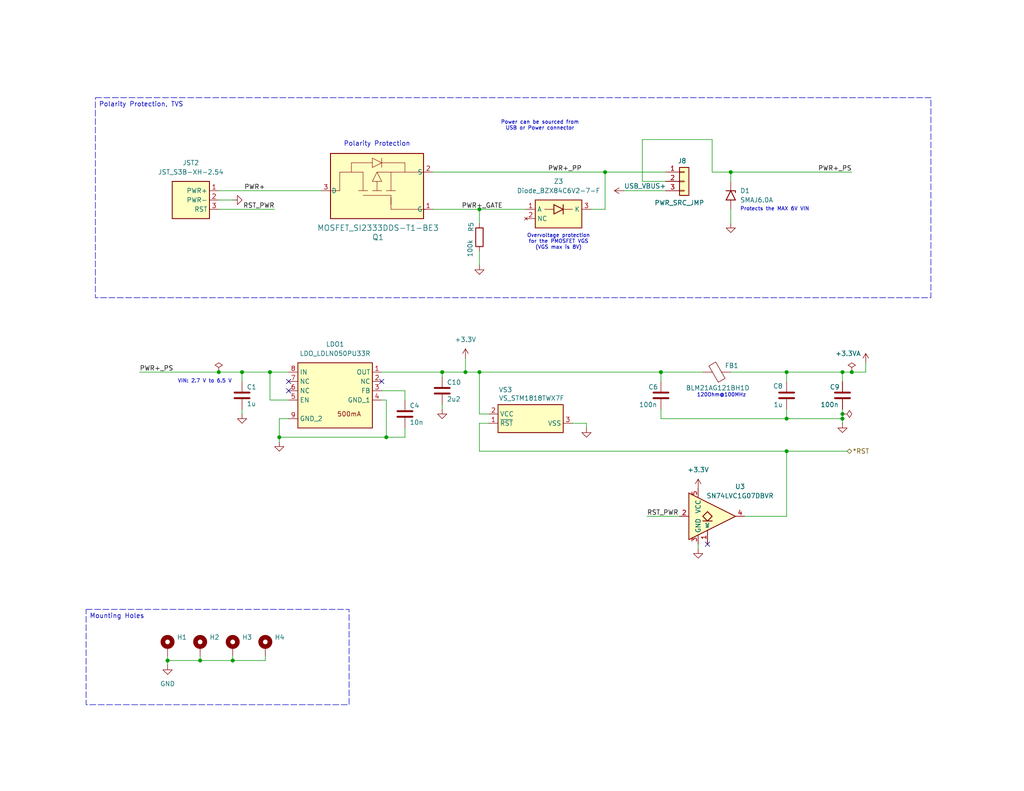
<source format=kicad_sch>
(kicad_sch (version 20231120) (generator "eeschema") (generator_version "8.0")
  (paper "USLetter")
  (lib_symbols
    (symbol "74xGxx:74LVC1G07"
      (property "Reference" "U" (at 0 7.62 0))
      (property "Value" "74LVC1G07" (at 5.08 5.08 0))
      (symbol "74LVC1G07_0_1"
        (polyline (pts (xy -3.81 -1.27) (xy -1.27 -1.27)) (stroke (width 0.254)) (fill (type background)))
        (polyline (pts (xy -7.62 6.35) (xy -7.62 -6.35) (xy 5.08 0) (xy -7.62 6.35)) (stroke (width 0.254)) (fill (type background)))
        (polyline (pts (xy -2.54 1.27) (xy -3.81 0) (xy -2.54 -1.27) (xy -1.27 0) (xy -2.54 1.27)) (stroke (width 0.254)) (fill (type background)))
      )
      (symbol "74LVC1G07_1_1"
        (pin free line (at -2.54 -7.62 90) (length 3.81) (name "NC") (number "1"))
        (pin input line (at -10.16 0 0) (length 2.54) (name "~") (number "2"))
        (pin power_in line (at -5.08 -7.62 90) (length 2.54) (name "GND") (number "3"))
        (pin open_collector line (at 7.62 0 180) (length 2.54) (name "~") (number "4"))
        (pin power_in line (at -5.08 7.62 270) (length 2.54) (name "VCC") (number "5"))
      )
    )
    (symbol "Connector_Generic:Conn_01x03" (pin_names (offset 1.016) hide)
      (property "Reference" "J" (at 0 5.08 0))
      (property "Value" "Conn_01x03" (at 0 -5.08 0))
      (symbol "Conn_01x03_1_1"
        (rectangle (start -1.27 -2.413) (end 0 -2.667) (stroke (width 0.1524)))
        (rectangle (start -1.27 0.127) (end 0 -0.127) (stroke (width 0.1524)))
        (rectangle (start -1.27 2.667) (end 0 2.413) (stroke (width 0.1524)))
        (rectangle (start -1.27 3.81) (end 1.27 -3.81) (stroke (width 0.254)) (fill (type background)))
        (pin passive line (at -5.08 2.54 0) (length 3.81) (name "Pin_1") (number "1"))
        (pin passive line (at -5.08 0 0) (length 3.81) (name "Pin_2") (number "2"))
        (pin passive line (at -5.08 -2.54 0) (length 3.81) (name "Pin_3") (number "3"))
      )
    )
    (symbol "Device:C" (pin_numbers hide) (pin_names (offset 0.254))
      (property "Reference" "C" (at 0.635 2.54 0))
      (property "Value" "C" (at 0.635 -2.54 0))
      (symbol "C_0_1"
        (polyline (pts (xy -2.032 -0.762) (xy 2.032 -0.762)) (stroke (width 0.508)))
        (polyline (pts (xy -2.032 0.762) (xy 2.032 0.762)) (stroke (width 0.508)))
      )
      (symbol "C_1_1"
        (pin passive line (at 0 3.81 270) (length 2.794) (name "~") (number "1"))
        (pin passive line (at 0 -3.81 90) (length 2.794) (name "~") (number "2"))
      )
    )
    (symbol "Device:FerriteBead" (pin_numbers hide) (pin_names (offset 0))
      (property "Reference" "FB" (at -3.81 0.635 90))
      (property "Value" "FerriteBead" (at 3.81 0 90))
      (symbol "FerriteBead_0_1"
        (polyline (pts (xy 0 -1.27) (xy 0 -1.2192)))
        (polyline (pts (xy 0 1.27) (xy 0 1.2954)))
        (polyline (pts (xy -2.7686 0.4064) (xy -1.7018 2.2606) (xy 2.7686 -0.3048) (xy 1.6764 -2.159) (xy -2.7686 0.4064)))
      )
      (symbol "FerriteBead_1_1"
        (pin passive line (at 0 3.81 270) (length 2.54) (name "~") (number "1"))
        (pin passive line (at 0 -3.81 90) (length 2.54) (name "~") (number "2"))
      )
    )
    (symbol "Device:R" (pin_numbers hide) (pin_names (offset 0))
      (property "Reference" "R" (at 2.032 0 90))
      (property "Value" "R" (at 0 0 90))
      (symbol "R_0_1"
        (rectangle (start -1.016 -2.54) (end 1.016 2.54) (stroke (width 0.254)))
      )
      (symbol "R_1_1"
        (pin passive line (at 0 3.81 270) (length 1.27) (name "~") (number "1"))
        (pin passive line (at 0 -3.81 90) (length 1.27) (name "~") (number "2"))
      )
    )
    (symbol "Mechanical:MountingHole_Pad" (pin_numbers hide) (pin_names (offset 1.016) hide) (exclude_from_sim yes) (in_bom no)
      (property "Reference" "H" (at 0 6.35 0))
      (property "Value" "MountingHole_Pad" (at 0 4.445 0))
      (symbol "MountingHole_Pad_0_1"
        (circle (center 0 1.27) (radius 1.27) (stroke (width 1.27)))
      )
      (symbol "MountingHole_Pad_1_1"
        (pin input line (at 0 -2.54 90) (length 2.54) (name "1") (number "1"))
      )
    )
    (symbol "Personal_Projects:DIODE_SMAJ6.0A" (pin_numbers hide) (pin_names (offset 1.016) hide)
      (property "Reference" "D" (at 3.81 5.08 0))
      (property "Value" "SMAJ6.0A" (at 7.62 2.54 0))
      (symbol "DIODE_SMAJ6.0A_0_1"
        (polyline (pts (xy -1.27 -1.27) (xy -1.27 1.27) (xy -0.762 1.27)) (stroke (width 0.254)))
        (polyline (pts (xy 1.27 -1.27) (xy 1.27 1.27) (xy -1.27 0) (xy 1.27 -1.27)) (stroke (width 0.254)))
      )
      (symbol "DIODE_SMAJ6.0A_1_1"
        (pin passive line (at -3.81 0 0) (length 2.54) (name "K") (number "1"))
        (pin passive line (at 3.81 0 180) (length 2.54) (name "A") (number "2"))
      )
    )
    (symbol "Personal_Projects:Diode_BZX84C6V2-7-F"
      (property "Reference" "Z" (at 7.366 7.62 0))
      (property "Value" "Diode_BZX84C6V2-7-F" (at 0.508 5.08 0))
      (symbol "Diode_BZX84C6V2-7-F_0_1"
        (polyline (pts (xy 5.08 0) (xy 7.62 0)))
        (polyline (pts (xy 10.16 0) (xy 12.7 0)))
        (polyline (pts (xy 10.16 1.27) (xy 10.16 -1.27)) (stroke (width 0.254)))
        (polyline (pts (xy 7.62 1.27) (xy 7.62 -1.27) (xy 10.16 0) (xy 7.62 1.27)) (stroke (width 0.254)))
      )
      (symbol "Diode_BZX84C6V2-7-F_1_1"
        (rectangle (start 2.54 2.54) (end 15.24 -5.08) (stroke (width 0.254)) (fill (type background)))
        (pin passive line (at 0 0 0) (length 2.54) (name "A") (number "1"))
        (pin no_connect line (at 0 -2.54 0) (length 2.54) (name "NC") (number "2"))
        (pin passive line (at 17.78 0 180) (length 2.54) (name "K") (number "3"))
      )
    )
    (symbol "Personal_Projects:JST_S3B-XH-A-1_LF_SN"
      (property "Reference" "JST" (at 12.7 7.62 0))
      (property "Value" "JST_S3B-XH-A-1_LF_SN" (at 12.7 5.08 0))
      (symbol "JST_S3B-XH-A-1_LF_SN_1_1"
        (rectangle (start 2.54 2.54) (end 12.7 -7.62) (stroke (width 0.254)) (fill (type background)))
        (pin passive line (at 0 0 0) (length 2.54) (name "PWR+") (number "1"))
        (pin passive line (at 0 -2.54 0) (length 2.54) (name "PWR-") (number "2"))
        (pin passive line (at 0 -5.08 0) (length 2.54) (name "RST") (number "3"))
      )
    )
    (symbol "Personal_Projects:LDO_LDLN050PUR"
      (property "Reference" "LDO" (at 22.86 7.62 0))
      (property "Value" "LDO_LDLN050PUR" (at 22.86 5.08 0))
      (symbol "LDO_LDLN050PUR_1_1"
        (rectangle (start 2.54 2.54) (end 22.86 -15.24) (stroke (width 0.254)) (fill (type background)))
        (text "500mA" (at 8.89 -11.43 0) (effects (font (size 1.27 1.27))))
        (pin power_out line (at 0 0 0) (length 2.54) (name "OUT") (number "1"))
        (pin passive line (at 0 -2.54 0) (length 2.54) (name "NC") (number "2"))
        (pin passive line (at 0 -5.08 0) (length 2.54) (name "FB") (number "3"))
        (pin passive line (at 0 -7.62 0) (length 2.54) (name "GND_1") (number "4"))
        (pin passive line (at 25.4 -7.62 180) (length 2.54) (name "EN") (number "5"))
        (pin passive line (at 25.4 -5.08 180) (length 2.54) (name "NC") (number "6"))
        (pin passive line (at 25.4 -2.54 180) (length 2.54) (name "NC") (number "7"))
        (pin power_in line (at 25.4 0 180) (length 2.54) (name "IN") (number "8"))
        (pin passive line (at 25.4 -12.7 180) (length 2.54) (name "GND_2") (number "9"))
      )
    )
    (symbol "Personal_Projects:MOSFET_SI2333DDS-T1-BE3" (pin_names (offset 0.254))
      (property "Reference" "Q" (at 15.24 7.62 0))
      (property "Value" "MOSFET_SI2333DDS-T1-BE3" (at 15.24 5.08 0))
      (symbol "MOSFET_SI2333DDS-T1-BE3_0_1"
        (polyline (pts (xy 1.905 0) (xy 11.43 0)) (stroke (width 0.127)))
        (polyline (pts (xy 2.54 -15.24) (xy 27.94 -15.24)) (stroke (width 0.127)))
        (polyline (pts (xy 2.54 -10.16) (xy 15.24 -10.16)) (stroke (width 0.127)))
        (polyline (pts (xy 2.54 2.54) (xy 2.54 -15.24)) (stroke (width 0.127)))
        (polyline (pts (xy 7.62 -12.7) (xy 13.97 -12.7)) (stroke (width 0.127)))
        (polyline (pts (xy 7.62 -10.16) (xy 7.62 -12.7)) (stroke (width 0.127)))
        (polyline (pts (xy 10.16 -5.08) (xy 12.7 -5.08)) (stroke (width 0.127)))
        (polyline (pts (xy 11.43 -10.16) (xy 11.43 -5.08)) (stroke (width 0.127)))
        (polyline (pts (xy 11.43 -3.81) (xy 19.05 -3.81)) (stroke (width 0.127)))
        (polyline (pts (xy 11.43 -3.175) (xy 11.43 -1.27)) (stroke (width 0.127)))
        (polyline (pts (xy 11.43 -0.635) (xy 11.43 -3.81)) (stroke (width 0.127)))
        (polyline (pts (xy 11.43 -0.635) (xy 11.43 0)) (stroke (width 0.127)))
        (polyline (pts (xy 13.97 -13.97) (xy 13.97 -11.43)) (stroke (width 0.127)))
        (polyline (pts (xy 13.97 -12.7) (xy 16.51 -11.43)) (stroke (width 0.127)))
        (polyline (pts (xy 13.97 -7.62) (xy 16.51 -7.62)) (stroke (width 0.127)))
        (polyline (pts (xy 15.24 -10.16) (xy 13.97 -7.62)) (stroke (width 0.127)))
        (polyline (pts (xy 15.24 -7.62) (xy 15.24 -5.08)) (stroke (width 0.127)))
        (polyline (pts (xy 15.24 -5.08) (xy 13.97 -5.08)) (stroke (width 0.127)))
        (polyline (pts (xy 15.24 -5.08) (xy 16.51 -5.08)) (stroke (width 0.127)))
        (polyline (pts (xy 16.51 -13.97) (xy 13.97 -12.7)) (stroke (width 0.127)))
        (polyline (pts (xy 16.51 -12.7) (xy 21.59 -12.7)) (stroke (width 0.127)))
        (polyline (pts (xy 16.51 -11.43) (xy 16.51 -13.97)) (stroke (width 0.127)))
        (polyline (pts (xy 16.51 -7.62) (xy 15.24 -10.16)) (stroke (width 0.127)))
        (polyline (pts (xy 17.78 -5.08) (xy 20.32 -5.08)) (stroke (width 0.127)))
        (polyline (pts (xy 19.05 -10.16) (xy 19.05 -5.08)) (stroke (width 0.127)))
        (polyline (pts (xy 19.05 -10.16) (xy 25.4 -10.16)) (stroke (width 0.127)))
        (polyline (pts (xy 22.225 -12.7) (xy 21.59 -12.7)) (stroke (width 0.127)))
        (polyline (pts (xy 22.225 -10.16) (xy 22.225 -12.7)) (stroke (width 0.127)))
        (polyline (pts (xy 25.4 -10.16) (xy 25.4 -5.08)) (stroke (width 0.127)))
        (polyline (pts (xy 25.4 -5.08) (xy 27.94 -5.08)) (stroke (width 0.127)))
        (polyline (pts (xy 27.94 -15.24) (xy 27.94 2.54)) (stroke (width 0.127)))
        (polyline (pts (xy 27.94 2.54) (xy 2.54 2.54)) (stroke (width 0.127)))
        (pin passive line (at 0 0 0) (length 2.54) (name "G") (number "1"))
        (pin passive line (at 0 -10.16 0) (length 2.54) (name "S") (number "2"))
        (pin passive line (at 30.48 -5.08 180) (length 2.54) (name "D") (number "3"))
      )
      (symbol "MOSFET_SI2333DDS-T1-BE3_1_1"
        (rectangle (start 2.54 2.54) (end 27.94 -15.24) (stroke (width 0.254)) (fill (type background)))
      )
    )
    (symbol "Personal_Projects:VS_STM1813LWX7F"
      (property "Reference" "VS" (at 20.32 7.62 0))
      (property "Value" "VS_STM1813LWX7F" (at 20.32 5.08 0))
      (symbol "VS_STM1813LWX7F_1_1"
        (rectangle (start 2.54 2.54) (end 20.32 -5.08) (stroke (width 0.254)) (fill (type background)))
        (pin input line (at 0 0 0) (length 2.54) (name "~{RST}") (number "1"))
        (pin power_in line (at 0 -2.54 0) (length 2.54) (name "VCC") (number "2"))
        (pin power_in line (at 22.86 0 180) (length 2.54) (name "VSS") (number "3"))
      )
    )
    (symbol "power:+3.3V" (power) (pin_numbers hide) (pin_names (offset 0) hide)
      (property "Value" "+3.3V" (at 0 3.556 0))
      (symbol "+3.3V_0_1"
        (polyline (pts (xy -0.762 1.27) (xy 0 2.54)))
        (polyline (pts (xy 0 0) (xy 0 2.54)))
        (polyline (pts (xy 0 2.54) (xy 0.762 1.27)))
      )
      (symbol "+3.3V_1_1"
        (pin power_in line (at 0 0 90) (length 0) (name "~") (number "1"))
      )
    )
    (symbol "power:+3.3VA" (power) (pin_numbers hide) (pin_names (offset 0) hide)
      (property "Value" "+3.3VA" (at 0 3.556 0))
      (symbol "+3.3VA_0_1"
        (polyline (pts (xy -0.762 1.27) (xy 0 2.54)))
        (polyline (pts (xy 0 0) (xy 0 2.54)))
        (polyline (pts (xy 0 2.54) (xy 0.762 1.27)))
      )
      (symbol "+3.3VA_1_1"
        (pin power_in line (at 0 0 90) (length 0) (name "~") (number "1"))
      )
    )
    (symbol "power:GND" (power) (pin_numbers hide) (pin_names (offset 0) hide)
      (property "Value" "GND" (at 0 -3.81 0))
      (symbol "GND_0_1"
        (polyline (pts (xy 0 0) (xy 0 -1.27) (xy 1.27 -1.27) (xy 0 -2.54) (xy -1.27 -1.27) (xy 0 -1.27)))
      )
      (symbol "GND_1_1"
        (pin power_in line (at 0 0 270) (length 0) (name "~") (number "1"))
      )
    )
    (symbol "power:PWR_FLAG" (power) (pin_numbers hide) (pin_names (offset 0) hide)
      (property "Value" "PWR_FLAG" (at 0 3.81 0))
      (symbol "PWR_FLAG_0_0"
        (pin power_out line (at 0 0 90) (length 0) (name "~") (number "1"))
      )
      (symbol "PWR_FLAG_0_1"
        (polyline (pts (xy 0 0) (xy 0 1.27) (xy -1.016 1.905) (xy 0 2.54) (xy 1.016 1.905) (xy 0 1.27)))
      )
    )
  )
  (junction (at 63.5 180.34))
  (junction (at 105.41 119.38))
  (junction (at 229.87 101.6))
  (junction (at 59.69 101.6))
  (junction (at 199.39 46.99))
  (junction (at 232.41 101.6))
  (junction (at 214.63 123.19))
  (junction (at 45.72 180.34))
  (junction (at 229.87 113.03))
  (junction (at 120.65 101.6))
  (junction (at 54.61 180.34))
  (junction (at 73.66 101.6))
  (junction (at 130.81 101.6))
  (junction (at 76.2 119.38))
  (junction (at 214.63 101.6))
  (junction (at 180.34 101.6))
  (junction (at 66.04 101.6))
  (junction (at 229.87 114.3))
  (junction (at 127 101.6))
  (junction (at 165.1 46.99))
  (junction (at 130.81 57.15))
  (junction (at 214.63 114.3))
  (no_connect (at 78.74 106.68))
  (no_connect (at 104.14 104.14))
  (no_connect (at 193.04 148.59))
  (no_connect (at 78.74 104.14))
  (wire (pts (xy 120.65 101.6) (xy 120.65 102.87)))
  (wire (pts (xy 73.66 109.22) (xy 73.66 101.6)))
  (wire (pts (xy 104.14 106.68) (xy 110.49 106.68)))
  (wire (pts (xy 161.29 57.15) (xy 165.1 57.15)))
  (wire (pts (xy 232.41 101.6) (xy 229.87 101.6)))
  (wire (pts (xy 130.81 68.58) (xy 130.81 72.39)))
  (wire (pts (xy 199.39 46.99) (xy 232.41 46.99)))
  (wire (pts (xy 72.39 180.34) (xy 63.5 180.34)))
  (wire (pts (xy 194.31 46.99) (xy 199.39 46.99)))
  (wire (pts (xy 175.26 49.53) (xy 175.26 38.1)))
  (wire (pts (xy 130.81 57.15) (xy 130.81 60.96)))
  (wire (pts (xy 63.5 180.34) (xy 54.61 180.34)))
  (wire (pts (xy 236.22 101.6) (xy 236.22 99.06)))
  (wire (pts (xy 229.87 115.57) (xy 229.87 114.3)))
  (wire (pts (xy 72.39 179.07) (xy 72.39 180.34)))
  (wire (pts (xy 45.72 179.07) (xy 45.72 180.34)))
  (wire (pts (xy 165.1 46.99) (xy 165.1 57.15)))
  (wire (pts (xy 105.41 109.22) (xy 105.41 119.38)))
  (wire (pts (xy 229.87 101.6) (xy 229.87 104.14)))
  (wire (pts (xy 214.63 101.6) (xy 229.87 101.6)))
  (wire (pts (xy 133.35 115.57) (xy 130.81 115.57)))
  (wire (pts (xy 156.21 115.57) (xy 160.02 115.57)))
  (wire (pts (xy 54.61 179.07) (xy 54.61 180.34)))
  (wire (pts (xy 180.34 114.3) (xy 214.63 114.3)))
  (wire (pts (xy 214.63 101.6) (xy 199.39 101.6)))
  (wire (pts (xy 214.63 123.19) (xy 214.63 140.97)))
  (wire (pts (xy 214.63 123.19) (xy 231.14 123.19)))
  (wire (pts (xy 104.14 109.22) (xy 105.41 109.22)))
  (wire (pts (xy 203.2 140.97) (xy 214.63 140.97)))
  (wire (pts (xy 199.39 57.15) (xy 199.39 60.96)))
  (wire (pts (xy 214.63 114.3) (xy 229.87 114.3)))
  (wire (pts (xy 127 97.79) (xy 127 101.6)))
  (wire (pts (xy 181.61 49.53) (xy 175.26 49.53)))
  (wire (pts (xy 110.49 109.22) (xy 110.49 106.68)))
  (wire (pts (xy 66.04 101.6) (xy 73.66 101.6)))
  (wire (pts (xy 59.69 101.6) (xy 66.04 101.6)))
  (wire (pts (xy 110.49 116.84) (xy 110.49 119.38)))
  (wire (pts (xy 105.41 119.38) (xy 76.2 119.38)))
  (wire (pts (xy 59.69 57.15) (xy 74.93 57.15)))
  (wire (pts (xy 54.61 180.34) (xy 45.72 180.34)))
  (wire (pts (xy 229.87 113.03) (xy 229.87 111.76)))
  (wire (pts (xy 236.22 101.6) (xy 232.41 101.6)))
  (wire (pts (xy 160.02 115.57) (xy 160.02 116.84)))
  (wire (pts (xy 130.81 113.03) (xy 133.35 113.03)))
  (wire (pts (xy 170.18 52.07) (xy 181.61 52.07)))
  (wire (pts (xy 78.74 109.22) (xy 73.66 109.22)))
  (wire (pts (xy 199.39 46.99) (xy 199.39 49.53)))
  (wire (pts (xy 190.5 148.59) (xy 190.5 149.86)))
  (wire (pts (xy 59.69 52.07) (xy 87.63 52.07)))
  (wire (pts (xy 73.66 101.6) (xy 78.74 101.6)))
  (wire (pts (xy 130.81 57.15) (xy 143.51 57.15)))
  (wire (pts (xy 66.04 111.76) (xy 66.04 113.03)))
  (wire (pts (xy 45.72 180.34) (xy 45.72 181.61)))
  (wire (pts (xy 110.49 119.38) (xy 105.41 119.38)))
  (wire (pts (xy 66.04 101.6) (xy 66.04 104.14)))
  (wire (pts (xy 180.34 114.3) (xy 180.34 111.76)))
  (wire (pts (xy 165.1 46.99) (xy 181.61 46.99)))
  (wire (pts (xy 76.2 114.3) (xy 76.2 119.38)))
  (wire (pts (xy 130.81 115.57) (xy 130.81 123.19)))
  (wire (pts (xy 63.5 179.07) (xy 63.5 180.34)))
  (wire (pts (xy 118.11 46.99) (xy 165.1 46.99)))
  (wire (pts (xy 180.34 101.6) (xy 191.77 101.6)))
  (wire (pts (xy 176.53 140.97) (xy 185.42 140.97)))
  (wire (pts (xy 104.14 101.6) (xy 120.65 101.6)))
  (wire (pts (xy 180.34 101.6) (xy 180.34 104.14)))
  (wire (pts (xy 194.31 38.1) (xy 194.31 46.99)))
  (wire (pts (xy 120.65 110.49) (xy 120.65 111.76)))
  (wire (pts (xy 175.26 38.1) (xy 194.31 38.1)))
  (wire (pts (xy 118.11 57.15) (xy 130.81 57.15)))
  (wire (pts (xy 78.74 114.3) (xy 76.2 114.3)))
  (wire (pts (xy 63.5 54.61) (xy 59.69 54.61)))
  (wire (pts (xy 130.81 101.6) (xy 130.81 113.03)))
  (wire (pts (xy 130.81 101.6) (xy 180.34 101.6)))
  (wire (pts (xy 76.2 119.38) (xy 76.2 120.65)))
  (wire (pts (xy 229.87 114.3) (xy 229.87 113.03)))
  (wire (pts (xy 120.65 101.6) (xy 127 101.6)))
  (wire (pts (xy 127 101.6) (xy 130.81 101.6)))
  (wire (pts (xy 214.63 111.76) (xy 214.63 114.3)))
  (wire (pts (xy 214.63 104.14) (xy 214.63 101.6)))
  (wire (pts (xy 38.1 101.6) (xy 59.69 101.6)))
  (wire (pts (xy 130.81 123.19) (xy 214.63 123.19)))
  (text_box "Mounting Holes" (at 23.495 166.37 0) (size 71.755 26.035) (stroke (width 0) (type dash)) (effects (font (size 1.27 1.27)) (justify left top)))
  (text_box "Polarity Protection, TVS" (at 26.035 26.67 0) (size 227.965 54.61) (stroke (width 0) (type dash)) (effects (font (size 1.27 1.27)) (justify left top)))
  (text "Power can be sourced from\nUSB or Power connector" (at 147.32 34.29 0) (effects (font (size 1 1))))
  (text "120Ohm@100MHz" (at 196.85 107.95 0) (effects (font (size 1 1))))
  (text "VIN: 2.7 V to 6.5 V" (at 55.88 104.14 0) (effects (font (size 1 1))))
  (text "Overvoltage protection\nfor the PMOSFET VGS\n(VGS max is 8V)" (at 152.4 66.04 0) (effects (font (size 1 1))))
  (text "Protects the MAX 6V VIN" (at 201.93 57.15 0) (effects (font (size 1 1)) (justify left)))
  (text "Polarity Protection" (at 102.87 39.37 0) (effects (font (size 1.27 1.27))))
  (label "PWR+_PP" (at 158.75 46.99 180))
  (label "PWR+_GATE" (at 137.16 57.15 180))
  (label "PWR+_PS" (at 232.41 46.99 180))
  (label "PWR+_PS" (at 38.1 101.6 0))
  (label "RST_PWR" (at 74.93 57.15 180))
  (label "RST_PWR" (at 176.53 140.97 0))
  (label "PWR+" (at 72.39 52.07 180))
  (hierarchical_label "*RST" (shape bidirectional) (at 231.14 123.19 0))
  (symbol (lib_id "Device:C") (at 180.34 107.95 0) (mirror y) (unit 1)
    (property "Reference" "C6" (at 179.578 105.664 0) (effects (justify left)))
    (property "Value" "100n" (at 179.324 110.49 0) (effects (justify left)))
    (property "Footprint" "Capacitor_SMD:C_0805_2012Metric" (effects (hide yes)))
    (property "Description" "Unpolarized capacitor" (effects (hide yes)))
  )
  (symbol (lib_id "Device:R") (at 130.81 64.77 0) (mirror y) (unit 1)
    (property "Reference" "R5" (at 128.524 61.976 90))
    (property "Value" "100k" (at 128.27 67.818 90))
    (property "Footprint" "Resistor_SMD:R_0805_2012Metric" (effects (hide yes)))
    (property "Description" "Resistor" (effects (hide yes)))
  )
  (symbol (lib_id "power:GND") (at 229.87 115.57 0) (mirror y) (unit 1)
    (property "Reference" "#PWR02" (effects (hide yes)))
    (property "Value" "GND" (effects (hide yes)))
    (property "Description" "Power symbol creates a global label with name \"GND\" , ground" (effects (hide yes)))
  )
  (symbol (lib_id "power:GND") (at 130.81 72.39 0) (unit 1)
    (property "Reference" "#PWR025" (effects (hide yes)))
    (property "Value" "GND" (effects (hide yes)))
    (property "Description" "Power symbol creates a global label with name \"GND\" , ground" (effects (hide yes)))
  )
  (symbol (lib_id "power:+3.3VA") (at 236.22 99.06 0) (mirror y) (unit 1)
    (property "Reference" "#PWR08" (effects (hide yes)))
    (property "Value" "+3.3VA" (at 231.394 96.52 0))
    (property "Description" "Power symbol creates a global label with name \"+3.3VA\"" (effects (hide yes)))
  )
  (symbol (lib_id "power:GND") (at 199.39 60.96 0) (unit 1)
    (property "Reference" "#PWR029" (effects (hide yes)))
    (property "Value" "GND" (effects (hide yes)))
    (property "Description" "Power symbol creates a global label with name \"GND\" , ground" (effects (hide yes)))
  )
  (symbol (lib_id "Personal_Projects:MOSFET_SI2333DDS-T1-BE3") (at 118.11 57.15 180) (unit 1)
    (property "Reference" "Q1" (at 103.1558 64.77 0) (effects (font (size 1.524 1.524))))
    (property "Value" "MOSFET_SI2333DDS-T1-BE3" (at 103.1558 62.23 0) (effects (font (size 1.524 1.524))))
    (property "Footprint" "Personal_Project:MOSFET_ SI2333DDS_SOT_DS-T1-BE3_VIS" (effects (hide yes)))
    (property "Datasheet" "SI2333DDS-T1-BE3" (effects (hide yes)))
  )
  (symbol (lib_id "Personal_Projects:JST_S3B-XH-A-1_LF_SN") (at 59.69 52.07 0) (mirror y) (unit 1)
    (property "Reference" "JST2" (at 52.07 44.45 0))
    (property "Value" "JST_S3B-XH-2.54" (at 52.07 46.99 0))
    (property "Footprint" "Personal_Project:JST_S3B-XH-SHDRRA3W64P0X250_1X3_990X1150X610P" (effects (hide yes)))
    (property "Datasheet" "http://www.jst-mfg.com/product/pdf/eng/eXH.pdf?5de523f84a15d" (effects (hide yes)))
    (property "Description" "Wire To Board / Wire To Wire Connector Through Hole,P=2.5mm RoHS" (effects (hide yes)))
    (property "Height" "6.1" (effects (hide yes)))
    (property "Mouser Part Number" "306-S3BXHA1LFSN" (effects (hide yes)))
    (property "Mouser Price/Stock" "https://www.mouser.co.uk/ProductDetail/JST-Commercial/S3B-XH-A-1LFSN?qs=QpmGXVUTftECC8e9QmmPaQ%3D%3D" (effects (hide yes)))
    (property "Manufacturer_Name" "JST (JAPAN SOLDERLESS TERMINALS)" (effects (hide yes)))
    (property "Manufacturer_Part_Number" "S3B-XH-A-1(LF)(SN)" (effects (hide yes)))
  )
  (symbol (lib_id "Mechanical:MountingHole_Pad") (at 54.61 176.53 0) (unit 1) (exclude_from_sim yes) (in_bom no)
    (property "Reference" "H2" (at 57.15 173.9899 0) (effects (justify left)))
    (property "Value" "MountingHole_Pad" (effects (hide yes)))
    (property "Footprint" "MountingHole:MountingHole_3.2mm_M3_Pad" (effects (hide yes)))
    (property "Description" "Mounting Hole with connection" (effects (hide yes)))
  )
  (symbol (lib_id "Device:FerriteBead") (at 195.58 101.6 270) (mirror x) (unit 1)
    (property "Reference" "FB1" (at 199.644 99.822 90))
    (property "Value" "BLM21AG121BH1D" (at 195.834 105.918 90))
    (property "Footprint" "Capacitor_SMD:C_0805_2012Metric" (effects (hide yes)))
    (property "Description" "Ferrite bead" (effects (hide yes)))
  )
  (symbol (lib_id "power:GND") (at 66.04 113.03 0) (unit 1)
    (property "Reference" "#PWR03" (effects (hide yes)))
    (property "Value" "GND" (effects (hide yes)))
    (property "Description" "Power symbol creates a global label with name \"GND\" , ground" (effects (hide yes)))
  )
  (symbol (lib_id "power:PWR_FLAG") (at 232.41 101.6 0) (unit 1)
    (property "Reference" "#FLG02" (effects (hide yes)))
    (property "Value" "PWR_FLAG" (effects (hide yes)))
    (property "Description" "Special symbol for telling ERC where power comes from" (effects (hide yes)))
  )
  (symbol (lib_id "Personal_Projects:Diode_BZX84C6V2-7-F") (at 143.51 57.15 0) (unit 1)
    (property "Reference" "Z3" (at 152.4 49.53 0))
    (property "Value" "Diode_BZX84C6V2-7-F" (at 152.4 52.07 0))
    (property "Footprint" "Personal_Project:Diode_BZX84C6V2_SOT96P240X110-3N" (effects (hide yes)))
    (property "Datasheet" "https://www.diodes.com/assets/Datasheets/ds18001.pdf" (effects (hide yes)))
    (property "Description" "Diodes Inc BZX84C6V2-7-F Zener Diode, 6.2V 7% 350 mW SMT 3-Pin SOT-23" (effects (hide yes)))
    (property "Height" "1.1" (effects (hide yes)))
    (property "Manufacturer_Name" "Diodes Incorporated" (effects (hide yes)))
    (property "Manufacturer_Part_Number" "BZX84C6V2-7-F" (effects (hide yes)))
    (property "Mouser Part Number" "621-BZX84C6V2-F" (effects (hide yes)))
    (property "Mouser Price/Stock" "https://www.mouser.co.uk/ProductDetail/Diodes-Incorporated/BZX84C6V2-7-F?qs=aJBzJax2afcxmuPRCgcecQ%3D%3D" (effects (hide yes)))
    (property "Arrow Part Number" "BZX84C6V2-7-F" (effects (hide yes)))
    (property "Arrow Price/Stock" "https://www.arrow.com/en/products/bzx84c6v2-7-f/diodes-incorporated?utm_currency=USD&region=europe" (effects (hide yes)))
  )
  (symbol (lib_id "74xGxx:74LVC1G07") (at 195.58 140.97 0) (unit 1)
    (property "Reference" "U3" (at 201.93 132.842 0))
    (property "Value" "SN74LVC1G07DBVR" (at 201.93 135.382 0))
    (property "Footprint" "Package_TO_SOT_SMD:SOT-23-5" (effects (hide yes)))
    (property "Datasheet" "https://www.ti.com/lit/ds/symlink/sn74lvc1g07.pdf" (effects (hide yes)))
    (property "Description" "Single Buffer Gate, Open Drain, Low-Voltage CMOS" (effects (hide yes)))
  )
  (symbol (lib_id "Device:C") (at 120.65 106.68 0) (unit 1)
    (property "Reference" "C10" (at 121.92 104.394 0) (effects (justify left)))
    (property "Value" "2u2" (at 121.92 108.966 0) (effects (justify left)))
    (property "Footprint" "Capacitor_SMD:C_0805_2012Metric" (effects (hide yes)))
    (property "Description" "Unpolarized capacitor" (effects (hide yes)))
  )
  (symbol (lib_id "Device:C") (at 110.49 113.03 0) (unit 1)
    (property "Reference" "C4" (at 111.76 110.744 0) (effects (justify left)))
    (property "Value" "10n" (at 111.76 115.316 0) (effects (justify left)))
    (property "Footprint" "Capacitor_SMD:C_0805_2012Metric" (effects (hide yes)))
    (property "Description" "Unpolarized capacitor" (effects (hide yes)))
  )
  (symbol (lib_id "power:GND") (at 160.02 116.84 0) (unit 1)
    (property "Reference" "#PWR013" (effects (hide yes)))
    (property "Value" "GND" (effects (hide yes)))
    (property "Description" "Power symbol creates a global label with name \"GND\" , ground" (effects (hide yes)))
  )
  (symbol (lib_id "power:+3.3V") (at 127 97.79 0) (mirror y) (unit 1)
    (property "Reference" "#PWR010" (effects (hide yes)))
    (property "Value" "+3.3V" (at 127 92.71 0))
    (property "Description" "Power symbol creates a global label with name \"+3.3V\"" (effects (hide yes)))
  )
  (symbol (lib_id "Mechanical:MountingHole_Pad") (at 63.5 176.53 0) (unit 1) (exclude_from_sim yes) (in_bom no)
    (property "Reference" "H3" (at 66.04 173.9899 0) (effects (justify left)))
    (property "Value" "MountingHole_Pad" (effects (hide yes)))
    (property "Footprint" "MountingHole:MountingHole_3.2mm_M3_Pad" (effects (hide yes)))
    (property "Description" "Mounting Hole with connection" (effects (hide yes)))
  )
  (symbol (lib_id "power:GND") (at 120.65 111.76 0) (unit 1)
    (property "Reference" "#PWR09" (effects (hide yes)))
    (property "Value" "GND" (effects (hide yes)))
    (property "Description" "Power symbol creates a global label with name \"GND\" , ground" (effects (hide yes)))
  )
  (symbol (lib_id "Device:C") (at 66.04 107.95 0) (unit 1)
    (property "Reference" "C1" (at 67.31 105.664 0) (effects (justify left)))
    (property "Value" "1u" (at 67.31 110.236 0) (effects (justify left)))
    (property "Footprint" "Capacitor_SMD:C_0805_2012Metric" (effects (hide yes)))
    (property "Description" "Unpolarized capacitor" (effects (hide yes)))
  )
  (symbol (lib_id "Mechanical:MountingHole_Pad") (at 72.39 176.53 0) (unit 1) (exclude_from_sim yes) (in_bom no)
    (property "Reference" "H4" (at 74.93 173.9899 0) (effects (justify left)))
    (property "Value" "MountingHole_Pad" (effects (hide yes)))
    (property "Footprint" "MountingHole:MountingHole_3.2mm_M3_Pad" (effects (hide yes)))
    (property "Description" "Mounting Hole with connection" (effects (hide yes)))
  )
  (symbol (lib_id "Personal_Projects:DIODE_SMAJ6.0A") (at 199.39 53.34 270) (unit 1)
    (property "Reference" "D1" (at 201.93 52.0699 90) (effects (justify left)))
    (property "Value" "SMAJ6.0A" (at 201.93 54.6099 90) (effects (justify left)))
    (property "Footprint" "Personal_Project:DO-214AC-2" (effects (hide yes)))
    (property "Description" "Zener diode" (effects (hide yes)))
  )
  (symbol (lib_id "Mechanical:MountingHole_Pad") (at 45.72 176.53 0) (unit 1) (exclude_from_sim yes) (in_bom no)
    (property "Reference" "H1" (at 48.26 173.9899 0) (effects (justify left)))
    (property "Value" "MountingHole_Pad" (effects (hide yes)))
    (property "Footprint" "MountingHole:MountingHole_3.2mm_M3_Pad" (effects (hide yes)))
    (property "Description" "Mounting Hole with connection" (effects (hide yes)))
  )
  (symbol (lib_id "power:GND") (at 63.5 54.61 90) (unit 1)
    (property "Reference" "#PWR024" (effects (hide yes)))
    (property "Value" "GND" (effects (hide yes)))
    (property "Description" "Power symbol creates a global label with name \"GND\" , ground" (effects (hide yes)))
  )
  (symbol (lib_id "Device:C") (at 229.87 107.95 0) (mirror y) (unit 1)
    (property "Reference" "C9" (at 229.108 105.664 0) (effects (justify left)))
    (property "Value" "100n" (at 228.854 110.49 0) (effects (justify left)))
    (property "Footprint" "Capacitor_SMD:C_0805_2012Metric" (effects (hide yes)))
    (property "Description" "Unpolarized capacitor" (effects (hide yes)))
  )
  (symbol (lib_id "power:GND") (at 76.2 120.65 0) (unit 1)
    (property "Reference" "#PWR06" (effects (hide yes)))
    (property "Value" "GND" (effects (hide yes)))
    (property "Description" "Power symbol creates a global label with name \"GND\" , ground" (effects (hide yes)))
  )
  (symbol (lib_id "power:+3.3V") (at 170.18 52.07 90) (unit 1)
    (property "Reference" "#PWR034" (effects (hide yes)))
    (property "Value" "USB_VBUS+" (at 176.022 50.8 90))
    (property "Description" "Power symbol creates a global label with name \"+3.3V\"" (effects (hide yes)))
  )
  (symbol (lib_id "power:GND") (at 45.72 181.61 0) (unit 1)
    (property "Reference" "#PWR015" (effects (hide yes)))
    (property "Value" "GND" (at 45.72 186.69 0))
    (property "Description" "Power symbol creates a global label with name \"GND\" , ground" (effects (hide yes)))
  )
  (symbol (lib_id "power:GND") (at 190.5 149.86 0) (mirror y) (unit 1)
    (property "Reference" "#PWR044" (effects (hide yes)))
    (property "Value" "GND" (effects (hide yes)))
    (property "Description" "Power symbol creates a global label with name \"GND\" , ground" (effects (hide yes)))
  )
  (symbol (lib_id "power:+3.3V") (at 190.5 133.35 0) (unit 1)
    (property "Reference" "#PWR042" (effects (hide yes)))
    (property "Value" "+3.3V" (at 190.5 128.27 0))
    (property "Description" "Power symbol creates a global label with name \"+3.3V\"" (effects (hide yes)))
  )
  (symbol (lib_id "Personal_Projects:VS_STM1813LWX7F") (at 133.35 115.57 0) (mirror x) (unit 1)
    (property "Reference" "VS3" (at 137.922 106.426 0))
    (property "Value" "VS_STM1818TWX7F" (at 145.034 108.712 0))
    (property "Footprint" "Personal_Project:SOT-23-3_SOT103P237X112-3N" (effects (hide yes)))
    (property "Datasheet" "https://componentsearchengine.com/Datasheets/1/STM1813LWX7F.pdf" (effects (hide yes)))
    (property "Description" "STM1813LWX7F, Reset Monitor 3 V, 3.3 V, 5 V Active Low, Open Drain, reset 3-Pin SOT-23" (effects (hide yes)))
    (property "Height" "1.12" (effects (hide yes)))
    (property "Mouser Part Number" "511-STM1813LWX7F" (effects (hide yes)))
    (property "Manufacturer_Name" "STMicroelectronics" (effects (hide yes)))
    (property "Manufacturer_Part_Number" "STM1813LWX7F" (effects (hide yes)))
  )
  (symbol (lib_id "power:PWR_FLAG") (at 59.69 101.6 0) (unit 1)
    (property "Reference" "#FLG04" (effects (hide yes)))
    (property "Value" "PWR_FLAG" (effects (hide yes)))
    (property "Description" "Special symbol for telling ERC where power comes from" (effects (hide yes)))
  )
  (symbol (lib_id "Device:C") (at 214.63 107.95 0) (mirror y) (unit 1)
    (property "Reference" "C8" (at 213.614 105.41 0) (effects (justify left)))
    (property "Value" "1u" (at 213.614 110.49 0) (effects (justify left)))
    (property "Footprint" "Capacitor_SMD:C_0805_2012Metric" (effects (hide yes)))
    (property "Description" "Unpolarized capacitor" (effects (hide yes)))
  )
  (symbol (lib_id "Connector_Generic:Conn_01x03") (at 186.69 49.53 0) (unit 1)
    (property "Reference" "J8" (at 184.912 43.942 0) (effects (justify left)))
    (property "Value" "PWR_SRC_JMP" (at 178.562 55.372 0) (effects (justify left)))
    (property "Footprint" "Connector_PinHeader_2.54mm:PinHeader_1x03_P2.54mm_Vertical" (effects (hide yes)))
    (property "Description" "Generic connector, single row, 01x03, script generated (kicad-library-utils/schlib/autogen/connector/)" (effects (hide yes)))
  )
  (symbol (lib_id "Personal_Projects:LDO_LDLN050PUR") (at 104.14 101.6 0) (mirror y) (unit 1)
    (property "Reference" "LDO1" (at 91.44 93.98 0))
    (property "Value" "LDO_LDLN050PU33R" (at 91.44 96.52 0))
    (property "Footprint" "Package_DFN_QFN:DFN-8-1EP_3x3mm_P0.65mm_EP1.7x2.05mm" (effects (hide yes)))
    (property "Datasheet" "https://componentsearchengine.com/Datasheets/1/LD39200DPUR.pdf" (effects (hide yes)))
    (property "Description" "LDO Voltage Regulators Linear Voltage Regulators & Vref" (effects (hide yes)))
    (property "Height" "1" (effects (hide yes)))
    (property "Manufacturer_Name" "STMicroelectronics" (effects (hide yes)))
    (property "Manufacturer_Part_Number" "LD39200DPUR" (effects (hide yes)))
    (property "Mouser Part Number" "511-LD39200DPUR" (effects (hide yes)))
    (property "Mouser Price/Stock" "https://www.mouser.co.uk/ProductDetail/STMicroelectronics/LD39200DPUR?qs=BNh1ct5PoGR12uqpHRZU9g%3D%3D" (effects (hide yes)))
    (property "Arrow Part Number" "LD39200DPUR" (effects (hide yes)))
    (property "Arrow Price/Stock" "https://www.arrow.com/en/products/ld39200dpur/stmicroelectronics?utm_currency=USD&region=nac" (effects (hide yes)))
  )
  (symbol (lib_id "power:PWR_FLAG") (at 229.87 113.03 270) (unit 1)
    (property "Reference" "#FLG05" (effects (hide yes)))
    (property "Value" "PWR_FLAG" (effects (hide yes)))
    (property "Description" "Special symbol for telling ERC where power comes from" (effects (hide yes)))
  )
)
</source>
